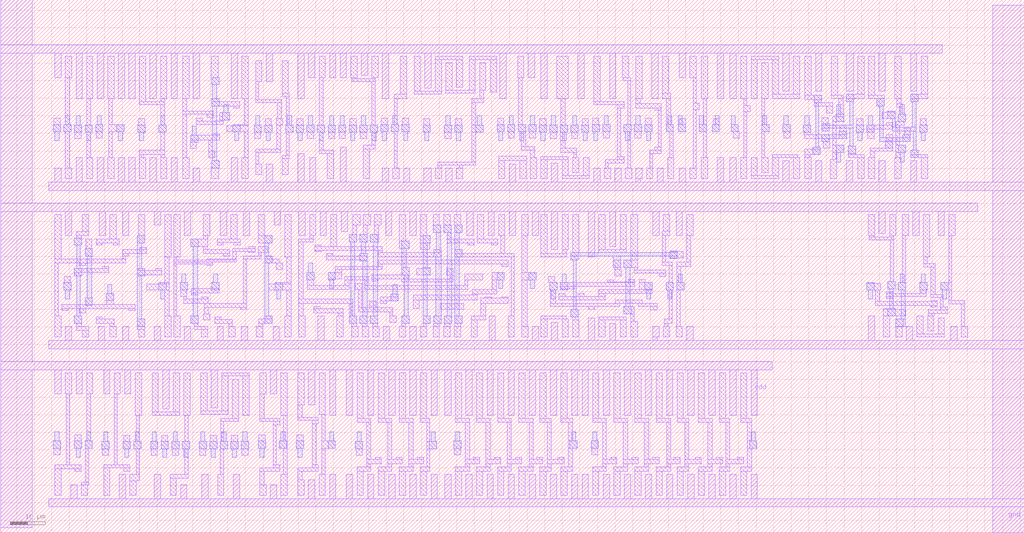
<source format=lef>
MACRO khu_etri050_stdcells
  CLASS BLOCK ;
  FOREIGN khu_etri050_stdcells ;
  ORIGIN 14.550 8.550 ;
  SIZE 290.700 BY 151.500 ;
  PIN vdd
    DIRECTION INOUT ;
    USE POWER ;
    SHAPE ABUTMENT ;
    PORT
      LAYER metal1 ;
        RECT -14.550 130.200 -5.550 142.950 ;
        RECT -14.550 127.800 252.900 130.200 ;
        RECT -14.550 85.200 -5.550 127.800 ;
        RECT 0.900 120.900 2.700 127.800 ;
        RECT 6.900 114.900 8.700 127.800 ;
        RECT 12.900 114.900 14.700 127.800 ;
        RECT 18.900 114.900 20.700 127.800 ;
        RECT 21.900 114.900 23.700 127.800 ;
        RECT 27.900 114.900 29.700 127.800 ;
        RECT 33.900 114.900 35.700 127.800 ;
        RECT 40.200 114.900 42.000 127.800 ;
        RECT 51.000 114.900 52.800 127.800 ;
        RECT 60.900 119.700 62.700 127.800 ;
        RECT 69.900 114.900 71.700 127.800 ;
        RECT 72.900 120.900 74.700 127.800 ;
        RECT 78.900 120.900 80.700 127.800 ;
        RECT 81.900 120.900 83.700 127.800 ;
        RECT 87.900 121.500 89.700 127.800 ;
        RECT 93.900 114.900 95.700 127.800 ;
        RECT 105.900 117.900 107.700 127.800 ;
        RECT 127.200 114.900 129.000 127.800 ;
        RECT 135.300 120.900 137.100 127.800 ;
        RECT 138.900 114.900 140.700 127.800 ;
        RECT 149.400 114.900 151.200 127.800 ;
        RECT 158.400 114.900 160.200 127.800 ;
        RECT 170.400 114.900 172.200 127.800 ;
        RECT 178.200 120.900 180.000 127.800 ;
        RECT 189.000 114.900 190.800 127.800 ;
        RECT 192.600 114.900 194.400 127.800 ;
        RECT 207.600 117.000 209.400 127.800 ;
        RECT 216.900 117.000 218.700 127.800 ;
        RECT 225.600 117.000 227.700 127.800 ;
        RECT 234.900 117.000 236.700 127.800 ;
        RECT 243.900 117.000 245.700 127.800 ;
        RECT -14.550 82.800 262.950 85.200 ;
        RECT -14.550 40.200 -5.550 82.800 ;
        RECT 3.900 75.900 5.700 82.800 ;
        RECT 13.500 75.900 15.300 82.800 ;
        RECT 20.100 75.900 21.900 82.800 ;
        RECT 29.100 78.900 30.900 82.800 ;
        RECT 37.650 75.900 39.450 82.800 ;
        RECT 47.850 75.900 49.650 82.800 ;
        RECT 54.450 75.900 56.250 82.800 ;
        RECT 63.150 78.900 64.950 82.800 ;
        RECT 70.200 75.900 72.000 82.800 ;
        RECT 76.200 75.900 78.000 82.800 ;
        RECT 82.200 77.100 84.000 82.800 ;
        RECT 94.800 75.900 96.600 82.800 ;
        RECT 101.700 75.900 103.500 82.800 ;
        RECT 117.900 75.900 119.700 82.800 ;
        RECT 123.900 75.900 125.700 82.800 ;
        RECT 129.900 75.900 131.700 82.800 ;
        RECT 136.500 75.900 138.300 82.800 ;
        RECT 141.900 72.000 143.700 82.800 ;
        RECT 152.400 69.900 154.200 82.800 ;
        RECT 158.400 72.900 160.200 82.800 ;
        RECT 170.700 75.900 172.500 82.800 ;
        RECT 177.300 75.900 179.100 82.800 ;
        RECT 234.900 76.500 236.700 82.800 ;
        RECT 244.500 75.900 246.300 82.800 ;
        RECT 251.700 75.900 253.500 82.800 ;
        RECT -14.550 37.800 204.600 40.200 ;
        RECT -14.550 -7.050 -5.550 37.800 ;
        RECT 0.900 30.900 2.700 37.800 ;
        RECT 6.900 30.900 8.700 37.800 ;
        RECT 14.700 30.900 16.500 37.800 ;
        RECT 20.700 30.900 22.500 37.800 ;
        RECT 31.500 26.700 33.300 37.800 ;
        RECT 45.300 27.000 47.100 37.800 ;
        RECT 62.100 30.900 63.900 37.800 ;
        RECT 72.900 27.900 74.700 37.800 ;
        RECT 78.900 24.900 80.700 37.800 ;
        RECT 83.700 24.900 85.500 37.800 ;
        RECT 89.700 24.900 91.500 37.800 ;
        RECT 95.700 24.900 97.500 37.800 ;
        RECT 101.700 24.900 103.500 37.800 ;
        RECT 107.700 24.900 109.500 37.800 ;
        RECT 111.600 24.900 113.400 37.800 ;
        RECT 117.600 24.900 119.400 37.800 ;
        RECT 123.600 24.900 125.400 37.800 ;
        RECT 129.600 24.900 131.400 37.800 ;
        RECT 135.600 24.900 137.400 37.800 ;
        RECT 141.600 24.900 143.400 37.800 ;
        RECT 147.600 24.900 149.400 37.800 ;
        RECT 150.600 24.900 152.400 37.800 ;
        RECT 156.600 24.900 158.400 37.800 ;
        RECT 162.600 24.900 164.400 37.800 ;
        RECT 168.600 24.900 170.400 37.800 ;
        RECT 174.600 24.900 176.400 37.800 ;
        RECT 180.600 24.900 182.400 37.800 ;
        RECT 186.600 24.900 188.400 37.800 ;
        RECT 192.600 24.900 194.400 37.800 ;
        RECT 198.600 24.900 200.400 37.800 ;
    END
  END vdd
  PIN gnd
    DIRECTION INOUT ;
    USE GROUND ;
    SHAPE ABUTMENT ;
    PORT
      LAYER metal1 ;
        RECT 0.900 91.200 2.700 95.100 ;
        RECT 6.900 91.200 8.700 98.100 ;
        RECT 12.900 91.200 14.700 98.100 ;
        RECT 18.900 91.200 20.700 98.100 ;
        RECT 21.900 91.200 23.700 98.100 ;
        RECT 27.900 91.200 29.700 98.100 ;
        RECT 33.900 91.200 35.700 98.100 ;
        RECT 40.200 91.200 42.000 95.100 ;
        RECT 51.000 91.200 52.800 98.100 ;
        RECT 60.900 91.200 62.700 96.300 ;
        RECT 69.900 91.200 71.700 99.300 ;
        RECT 73.200 91.200 75.000 98.100 ;
        RECT 81.900 91.200 83.700 101.100 ;
        RECT 93.900 91.200 95.700 95.100 ;
        RECT 99.900 91.200 101.700 95.100 ;
        RECT 105.600 91.200 107.700 95.100 ;
        RECT 111.900 91.200 113.700 95.100 ;
        RECT 129.900 91.200 131.700 96.300 ;
        RECT 141.900 91.200 143.700 96.600 ;
        RECT 153.900 91.200 155.700 95.100 ;
        RECT 159.900 91.200 161.700 95.100 ;
        RECT 165.900 92.100 167.700 95.100 ;
        RECT 165.900 91.200 167.100 92.100 ;
        RECT 171.900 91.200 173.700 95.100 ;
        RECT 178.200 91.200 180.000 95.100 ;
        RECT 189.000 91.200 190.800 98.100 ;
        RECT 192.600 91.200 194.400 98.100 ;
        RECT 207.600 91.200 209.400 97.200 ;
        RECT 216.900 91.200 218.700 97.200 ;
        RECT 225.600 91.200 227.400 97.200 ;
        RECT 234.900 91.200 236.700 97.200 ;
        RECT 243.900 91.200 245.700 97.200 ;
        RECT 267.150 91.200 276.150 141.450 ;
        RECT -0.900 88.800 276.150 91.200 ;
        RECT 3.900 46.200 5.700 50.100 ;
        RECT 13.200 46.200 15.000 50.100 ;
        RECT 20.100 46.200 21.900 50.100 ;
        RECT 29.100 46.200 30.900 50.100 ;
        RECT 37.650 46.200 39.450 50.100 ;
        RECT 46.950 46.200 48.750 50.100 ;
        RECT 53.850 46.200 55.650 50.100 ;
        RECT 62.850 46.200 64.650 50.100 ;
        RECT 75.600 46.200 77.400 53.100 ;
        RECT 94.200 46.200 96.000 50.100 ;
        RECT 101.700 46.200 103.500 50.100 ;
        RECT 124.200 46.200 126.000 53.100 ;
        RECT 136.500 46.200 138.300 50.100 ;
        RECT 141.900 46.200 143.700 51.300 ;
        RECT 152.400 46.200 154.200 52.500 ;
        RECT 158.400 46.200 160.200 51.000 ;
        RECT 170.700 47.100 172.500 50.100 ;
        RECT 170.700 46.200 171.900 47.100 ;
        RECT 180.300 46.200 182.100 50.100 ;
        RECT 231.900 46.200 233.700 53.100 ;
        RECT 242.700 46.200 244.500 50.100 ;
        RECT 255.300 46.200 257.100 50.100 ;
        RECT 267.150 46.200 276.150 88.800 ;
        RECT -0.900 43.800 276.150 46.200 ;
        RECT 5.400 1.200 7.200 5.100 ;
        RECT 19.200 1.200 21.000 8.100 ;
        RECT 29.100 1.200 30.900 8.100 ;
        RECT 36.600 1.200 38.400 5.100 ;
        RECT 42.600 1.200 44.400 8.100 ;
        RECT 51.600 1.200 53.400 8.100 ;
        RECT 62.100 1.200 63.900 5.100 ;
        RECT 72.900 1.200 74.700 6.600 ;
        RECT 78.900 1.200 80.700 8.100 ;
        RECT 83.700 1.200 85.500 8.100 ;
        RECT 89.700 1.200 91.500 8.100 ;
        RECT 95.700 1.200 97.500 8.100 ;
        RECT 101.700 1.200 103.500 8.100 ;
        RECT 107.700 1.200 109.500 8.100 ;
        RECT 111.600 1.200 113.400 8.100 ;
        RECT 117.600 1.200 119.400 8.100 ;
        RECT 123.600 1.200 125.400 8.100 ;
        RECT 129.600 1.200 131.400 8.100 ;
        RECT 135.600 1.200 137.400 8.100 ;
        RECT 141.600 1.200 143.400 8.100 ;
        RECT 147.600 1.200 149.400 8.100 ;
        RECT 150.600 1.200 152.400 8.100 ;
        RECT 156.600 1.200 158.400 8.100 ;
        RECT 162.600 1.200 164.400 8.100 ;
        RECT 168.600 1.200 170.400 8.100 ;
        RECT 174.600 1.200 176.400 8.100 ;
        RECT 180.600 1.200 182.400 8.100 ;
        RECT 186.600 1.200 188.400 8.100 ;
        RECT 192.600 1.200 194.400 8.100 ;
        RECT 198.600 1.200 200.400 8.100 ;
        RECT 267.150 1.200 276.150 43.800 ;
        RECT -0.900 -1.200 276.150 1.200 ;
        RECT 267.150 -8.550 276.150 -1.200 ;
    END
  END gnd
  OBS
      LAYER metal1 ;
        RECT 3.900 120.900 5.700 126.900 ;
        RECT 0.600 107.550 2.400 109.350 ;
        RECT 3.900 107.550 5.100 120.900 ;
        RECT 9.900 114.900 11.700 126.900 ;
        RECT 15.900 114.900 17.700 126.900 ;
        RECT 0.450 105.450 2.550 107.550 ;
        RECT 3.450 105.450 5.550 107.550 ;
        RECT 9.900 107.400 11.100 114.900 ;
        RECT 16.200 107.550 17.250 114.900 ;
        RECT 24.900 114.000 26.700 126.900 ;
        RECT 30.900 114.900 32.700 126.900 ;
        RECT 37.200 114.900 39.000 126.900 ;
        RECT 45.300 120.900 47.250 126.900 ;
        RECT 45.450 118.800 47.550 120.900 ;
        RECT 54.000 114.900 55.800 126.900 ;
        RECT 30.900 114.000 32.100 114.900 ;
        RECT 24.900 113.100 32.100 114.000 ;
        RECT 3.900 95.100 5.100 105.450 ;
        RECT 6.450 105.300 8.550 107.400 ;
        RECT 9.450 105.300 11.550 107.400 ;
        RECT 12.450 105.450 14.550 107.550 ;
        RECT 16.200 105.450 20.550 107.550 ;
        RECT 24.600 107.400 26.400 109.200 ;
        RECT 30.900 107.400 32.100 113.100 ;
        RECT 37.200 111.300 38.400 114.900 ;
        RECT 45.450 114.000 47.550 114.900 ;
        RECT 45.450 112.800 53.400 114.000 ;
        RECT 51.600 112.200 53.400 112.800 ;
        RECT 37.200 110.400 45.900 111.300 ;
        RECT 6.600 103.500 8.400 105.300 ;
        RECT 9.900 98.100 11.100 105.300 ;
        RECT 12.600 103.650 14.400 105.450 ;
        RECT 16.200 98.100 17.250 105.450 ;
        RECT 24.450 105.300 26.550 107.400 ;
        RECT 30.450 105.300 32.550 107.400 ;
        RECT 30.900 100.200 32.100 105.300 ;
        RECT 24.900 99.000 32.100 100.200 ;
        RECT 24.900 98.100 26.100 99.000 ;
        RECT 30.900 98.100 32.100 99.000 ;
        RECT 37.200 98.100 38.400 110.400 ;
        RECT 44.100 109.500 45.900 110.400 ;
        RECT 41.100 108.450 42.900 109.350 ;
        RECT 47.700 108.750 50.550 110.850 ;
        RECT 47.700 108.450 48.750 108.750 ;
        RECT 41.100 107.550 48.750 108.450 ;
        RECT 54.600 107.550 55.800 114.900 ;
        RECT 57.900 119.700 59.700 125.700 ;
        RECT 57.900 114.600 58.800 119.700 ;
        RECT 65.400 116.400 67.200 125.700 ;
        RECT 75.900 120.900 77.700 126.900 ;
        RECT 84.900 120.900 86.700 126.900 ;
        RECT 65.400 115.500 67.500 116.400 ;
        RECT 57.900 113.700 65.250 114.600 ;
        RECT 64.050 109.200 65.250 113.700 ;
        RECT 51.450 107.250 55.800 107.550 ;
        RECT 60.600 107.400 62.400 109.200 ;
        RECT 63.750 107.400 65.550 109.200 ;
        RECT 66.600 107.400 67.500 115.500 ;
        RECT 69.600 107.400 71.400 109.200 ;
        RECT 75.900 107.400 77.100 120.900 ;
        RECT 85.200 120.600 86.700 120.900 ;
        RECT 90.900 120.900 92.700 126.900 ;
        RECT 90.900 120.600 91.800 120.900 ;
        RECT 85.200 119.700 91.800 120.600 ;
        RECT 84.600 107.400 86.400 109.200 ;
        RECT 90.900 107.400 91.800 119.700 ;
        RECT 99.000 116.100 100.800 126.900 ;
        RECT 102.900 117.000 104.700 126.900 ;
        RECT 108.900 126.000 116.700 126.900 ;
        RECT 108.900 117.000 110.700 126.000 ;
        RECT 102.900 116.100 110.700 117.000 ;
        RECT 111.900 117.300 113.700 125.100 ;
        RECT 114.900 118.200 116.700 126.000 ;
        RECT 118.500 126.000 126.300 126.900 ;
        RECT 118.500 117.300 120.300 126.000 ;
        RECT 111.900 116.400 120.300 117.300 ;
        RECT 121.500 117.300 123.300 125.100 ;
        RECT 97.200 114.900 100.800 116.100 ;
        RECT 121.500 114.900 122.700 117.300 ;
        RECT 124.500 116.700 126.300 126.000 ;
        RECT 132.300 120.900 134.100 126.900 ;
        RECT 93.600 107.550 95.400 109.350 ;
        RECT 97.200 107.550 98.100 114.900 ;
        RECT 119.250 113.700 122.700 114.900 ;
        RECT 99.600 107.550 101.400 109.350 ;
        RECT 49.650 105.450 55.800 107.250 ;
        RECT 45.900 104.550 47.700 104.850 ;
        RECT 39.450 103.050 47.700 104.550 ;
        RECT 39.450 102.450 41.550 103.050 ;
        RECT 39.300 100.650 41.100 102.450 ;
        RECT 44.550 99.900 45.600 103.050 ;
        RECT 44.550 98.100 46.350 99.900 ;
        RECT 54.600 98.100 55.800 105.450 ;
        RECT 57.450 105.300 59.550 107.400 ;
        RECT 60.450 105.300 62.550 107.400 ;
        RECT 57.600 103.500 59.400 105.300 ;
        RECT 63.900 100.500 65.100 107.400 ;
        RECT 66.450 105.300 68.550 107.400 ;
        RECT 69.450 105.300 71.550 107.400 ;
        RECT 72.450 105.300 74.550 107.400 ;
        RECT 75.450 105.300 77.550 107.400 ;
        RECT 78.450 105.300 80.550 107.400 ;
        RECT 81.450 105.300 83.550 107.400 ;
        RECT 84.450 105.300 86.550 107.400 ;
        RECT 87.450 105.300 89.550 107.400 ;
        RECT 90.450 105.300 92.550 107.400 ;
        RECT 93.450 105.450 95.550 107.550 ;
        RECT 96.450 105.450 98.550 107.550 ;
        RECT 99.450 105.450 101.550 107.550 ;
        RECT 105.600 107.400 107.400 109.200 ;
        RECT 114.600 107.400 116.400 109.200 ;
        RECT 119.250 107.400 120.450 113.700 ;
        RECT 126.600 107.550 128.400 109.350 ;
        RECT 132.450 107.550 133.650 120.900 ;
        RECT 143.400 114.900 146.700 126.900 ;
        RECT 3.900 92.100 5.700 95.100 ;
        RECT 9.900 92.100 11.700 98.100 ;
        RECT 15.900 92.100 17.700 98.100 ;
        RECT 24.900 92.100 26.700 98.100 ;
        RECT 30.900 92.100 32.700 98.100 ;
        RECT 37.200 92.100 39.000 98.100 ;
        RECT 45.450 95.100 47.550 97.200 ;
        RECT 45.300 92.100 47.400 95.100 ;
        RECT 54.000 92.100 55.800 98.100 ;
        RECT 57.900 99.600 65.100 100.500 ;
        RECT 57.900 96.300 58.800 99.600 ;
        RECT 66.600 98.700 67.500 105.300 ;
        RECT 72.600 103.500 74.400 105.300 ;
        RECT 75.900 100.200 77.100 105.300 ;
        RECT 78.600 103.500 80.400 105.300 ;
        RECT 81.600 103.500 83.400 105.300 ;
        RECT 87.600 103.500 89.400 105.300 ;
        RECT 90.900 101.700 91.800 105.300 ;
        RECT 88.500 100.500 91.800 101.700 ;
        RECT 75.900 99.300 80.100 100.200 ;
        RECT 65.400 97.800 67.500 98.700 ;
        RECT 57.900 93.300 59.700 96.300 ;
        RECT 65.400 93.300 67.200 97.800 ;
        RECT 78.300 92.100 80.100 99.300 ;
        RECT 88.500 92.100 90.300 100.500 ;
        RECT 97.200 95.100 98.100 105.450 ;
        RECT 105.450 105.300 107.550 107.400 ;
        RECT 111.450 105.300 113.550 107.400 ;
        RECT 114.450 105.300 116.550 107.400 ;
        RECT 119.250 105.300 122.550 107.400 ;
        RECT 126.450 105.450 128.550 107.550 ;
        RECT 129.450 105.450 131.550 107.550 ;
        RECT 132.450 105.450 134.550 107.550 ;
        RECT 135.450 105.450 137.550 107.550 ;
        RECT 138.600 107.400 140.400 109.200 ;
        RECT 144.600 107.400 145.800 114.900 ;
        RECT 153.900 114.000 155.700 126.900 ;
        RECT 162.000 120.900 163.800 126.900 ;
        RECT 162.300 120.000 164.400 120.900 ;
        RECT 153.900 113.100 162.600 114.000 ;
        RECT 160.650 112.200 162.600 113.100 ;
        RECT 150.600 107.400 152.400 109.200 ;
        RECT 153.600 107.550 155.400 109.350 ;
        RECT 111.600 103.500 113.400 105.300 ;
        RECT 119.250 96.900 120.450 105.300 ;
        RECT 129.600 103.650 131.400 105.450 ;
        RECT 133.350 101.250 134.550 105.450 ;
        RECT 135.600 103.650 137.400 105.450 ;
        RECT 138.450 105.300 140.550 107.400 ;
        RECT 141.450 105.300 143.550 107.400 ;
        RECT 144.450 105.300 146.550 107.400 ;
        RECT 147.450 105.300 149.550 107.400 ;
        RECT 150.450 105.300 152.550 107.400 ;
        RECT 153.450 105.450 155.550 107.550 ;
        RECT 156.450 105.450 158.550 107.550 ;
        RECT 141.600 103.500 143.400 105.300 ;
        RECT 144.450 102.900 145.500 105.300 ;
        RECT 147.600 103.500 149.400 105.300 ;
        RECT 156.600 103.650 158.400 105.450 ;
        RECT 133.350 100.200 137.100 101.250 ;
        RECT 109.650 96.000 120.450 96.900 ;
        RECT 126.900 97.200 134.700 98.550 ;
        RECT 109.650 95.100 110.700 96.000 ;
        RECT 115.650 95.100 116.700 96.000 ;
        RECT 96.900 92.100 98.700 95.100 ;
        RECT 108.900 92.100 110.700 95.100 ;
        RECT 114.900 92.100 116.700 95.100 ;
        RECT 126.900 92.100 128.700 97.200 ;
        RECT 132.900 92.100 134.700 97.200 ;
        RECT 135.900 98.100 137.100 100.200 ;
        RECT 144.600 100.800 145.800 102.900 ;
        RECT 144.600 99.600 149.100 100.800 ;
        RECT 135.900 92.100 137.700 98.100 ;
        RECT 138.900 97.500 146.700 98.400 ;
        RECT 148.200 98.100 149.100 99.600 ;
        RECT 160.650 98.400 161.550 112.200 ;
        RECT 163.500 107.550 164.400 120.000 ;
        RECT 165.900 114.900 167.700 126.900 ;
        RECT 173.400 116.400 175.200 126.900 ;
        RECT 181.200 120.900 183.000 126.900 ;
        RECT 173.400 114.900 175.800 116.400 ;
        RECT 165.900 113.400 167.100 114.900 ;
        RECT 165.900 112.200 173.100 113.400 ;
        RECT 171.300 111.600 173.100 112.200 ;
        RECT 168.600 107.550 170.400 109.350 ;
        RECT 162.450 105.450 164.550 107.550 ;
        RECT 165.450 105.450 167.550 107.550 ;
        RECT 168.450 105.450 170.550 107.550 ;
        RECT 138.900 92.100 140.700 97.500 ;
        RECT 144.900 93.000 146.700 97.500 ;
        RECT 147.900 93.900 149.700 98.100 ;
        RECT 150.900 93.000 152.700 98.100 ;
        RECT 160.650 97.500 162.600 98.400 ;
        RECT 157.200 96.600 162.600 97.500 ;
        RECT 157.200 95.100 158.100 96.600 ;
        RECT 163.500 95.100 164.400 105.450 ;
        RECT 165.600 103.650 167.400 105.450 ;
        RECT 172.200 101.100 173.100 111.600 ;
        RECT 174.450 107.550 175.800 114.900 ;
        RECT 182.100 113.550 183.000 120.900 ;
        RECT 184.500 114.900 186.300 126.900 ;
        RECT 195.600 114.900 197.400 126.900 ;
        RECT 198.600 126.000 206.400 126.900 ;
        RECT 198.600 114.900 200.400 126.000 ;
        RECT 201.600 114.900 203.400 125.100 ;
        RECT 204.600 116.100 206.400 126.000 ;
        RECT 210.600 116.100 212.400 126.900 ;
        RECT 204.600 114.900 212.400 116.100 ;
        RECT 213.900 115.800 215.700 126.900 ;
        RECT 221.400 115.800 223.200 126.900 ;
        RECT 228.900 116.100 230.700 126.900 ;
        RECT 182.100 111.750 183.900 113.550 ;
        RECT 178.200 107.550 180.000 109.200 ;
        RECT 174.450 105.450 176.550 107.550 ;
        RECT 177.900 105.450 180.000 107.550 ;
        RECT 171.300 100.200 173.100 101.100 ;
        RECT 169.800 99.300 173.100 100.200 ;
        RECT 169.800 95.100 170.700 99.300 ;
        RECT 175.500 98.100 176.550 105.450 ;
        RECT 144.900 92.100 152.700 93.000 ;
        RECT 156.900 92.100 158.700 95.100 ;
        RECT 162.900 92.100 164.700 95.100 ;
        RECT 168.900 92.100 170.700 95.100 ;
        RECT 174.900 92.100 176.700 98.100 ;
        RECT 182.100 95.100 183.000 111.750 ;
        RECT 184.950 107.550 186.000 114.900 ;
        RECT 196.500 112.950 197.400 114.900 ;
        RECT 196.500 111.150 198.300 112.950 ;
        RECT 187.800 107.550 189.600 109.200 ;
        RECT 183.900 105.450 186.000 107.550 ;
        RECT 187.500 105.450 189.600 107.550 ;
        RECT 192.900 105.450 195.000 107.550 ;
        RECT 184.950 98.100 186.000 105.450 ;
        RECT 193.500 103.650 195.300 105.450 ;
        RECT 196.500 98.100 197.400 111.150 ;
        RECT 201.600 107.550 202.500 114.900 ;
        RECT 213.900 114.600 218.700 115.800 ;
        RECT 221.400 114.900 224.700 115.800 ;
        RECT 216.600 113.700 218.700 114.600 ;
        RECT 216.600 112.800 221.850 113.700 ;
        RECT 220.050 110.700 221.850 112.800 ;
        RECT 223.500 110.400 224.700 114.900 ;
        RECT 225.600 114.900 230.700 116.100 ;
        RECT 231.900 115.800 233.700 126.900 ;
        RECT 231.900 114.900 236.400 115.800 ;
        RECT 239.400 114.900 241.200 126.900 ;
        RECT 246.900 116.100 248.700 126.900 ;
        RECT 225.600 114.000 227.700 114.900 ;
        RECT 234.300 112.800 236.400 114.900 ;
        RECT 240.000 113.400 241.200 114.900 ;
        RECT 243.900 114.900 248.700 116.100 ;
        RECT 243.900 114.000 246.000 114.900 ;
        RECT 240.000 112.500 241.500 113.400 ;
        RECT 237.450 111.000 239.550 111.300 ;
        RECT 222.750 109.800 224.850 110.400 ;
        RECT 218.700 107.700 220.500 109.500 ;
        RECT 221.850 108.300 224.850 109.800 ;
        RECT 235.800 109.200 239.550 111.000 ;
        RECT 240.600 110.400 241.500 112.500 ;
        RECT 201.600 105.450 203.700 107.550 ;
        RECT 207.600 105.450 209.700 107.550 ;
        RECT 201.600 98.100 202.500 105.450 ;
        RECT 207.900 103.650 209.700 105.450 ;
        RECT 213.450 105.300 215.550 107.400 ;
        RECT 218.700 105.600 220.800 107.700 ;
        RECT 213.750 104.700 215.550 105.300 ;
        RECT 213.750 103.500 220.800 104.700 ;
        RECT 218.700 102.600 220.800 103.500 ;
        RECT 216.150 100.500 218.250 101.100 ;
        RECT 219.150 100.800 220.950 102.600 ;
        RECT 221.850 101.700 222.750 108.300 ;
        RECT 228.600 107.400 230.400 109.200 ;
        RECT 240.450 108.300 242.550 110.400 ;
        RECT 237.000 107.400 238.800 108.000 ;
        RECT 223.800 105.600 225.600 107.400 ;
        RECT 223.650 103.500 225.750 105.600 ;
        RECT 228.450 105.300 230.550 107.400 ;
        RECT 231.450 106.200 238.800 107.400 ;
        RECT 239.700 107.400 242.100 108.300 ;
        RECT 246.600 107.400 248.400 109.200 ;
        RECT 231.450 105.300 233.550 106.200 ;
        RECT 231.750 103.500 233.550 105.300 ;
        RECT 237.000 102.900 238.800 104.700 ;
        RECT 213.900 99.000 218.250 100.500 ;
        RECT 221.850 99.600 224.850 101.700 ;
        RECT 204.600 98.100 211.800 99.000 ;
        RECT 213.900 98.100 215.400 99.000 ;
        RECT 181.200 92.100 183.000 95.100 ;
        RECT 184.500 92.100 186.300 98.100 ;
        RECT 195.600 92.100 197.400 98.100 ;
        RECT 198.600 93.000 200.400 98.100 ;
        RECT 201.600 93.900 203.400 98.100 ;
        RECT 204.600 93.000 206.400 98.100 ;
        RECT 198.600 92.100 206.400 93.000 ;
        RECT 210.600 92.100 212.400 98.100 ;
        RECT 213.900 92.100 215.700 98.100 ;
        RECT 221.850 97.500 222.750 99.600 ;
        RECT 226.200 99.000 228.300 101.400 ;
        RECT 236.700 100.800 238.800 102.900 ;
        RECT 232.500 99.900 238.800 100.800 ;
        RECT 239.700 101.700 240.750 107.400 ;
        RECT 242.100 104.700 243.900 106.500 ;
        RECT 246.450 105.300 248.550 107.400 ;
        RECT 241.650 102.600 243.750 104.700 ;
        RECT 226.200 98.100 230.700 99.000 ;
        RECT 232.500 98.100 233.700 99.900 ;
        RECT 239.700 99.600 242.550 101.700 ;
        RECT 239.700 98.100 240.900 99.600 ;
        RECT 243.900 99.000 246.000 100.200 ;
        RECT 243.900 98.100 248.700 99.000 ;
        RECT 221.100 92.100 222.900 97.500 ;
        RECT 228.900 92.100 230.700 98.100 ;
        RECT 231.900 92.100 233.700 98.100 ;
        RECT 239.400 92.100 241.200 98.100 ;
        RECT 246.900 92.100 248.700 98.100 ;
        RECT 0.900 69.300 2.700 81.900 ;
        RECT 8.700 77.100 10.500 81.900 ;
        RECT 6.900 75.900 10.500 77.100 ;
        RECT 6.900 75.300 8.550 75.900 ;
        RECT 6.450 73.200 8.550 75.300 ;
        RECT 16.500 75.000 18.300 81.900 ;
        RECT 24.600 75.900 26.400 81.900 ;
        RECT 9.600 72.300 11.400 75.000 ;
        RECT 12.600 73.800 19.200 75.000 ;
        RECT 24.300 73.800 26.400 75.900 ;
        RECT 12.600 73.200 14.400 73.800 ;
        RECT 17.400 73.200 19.200 73.800 ;
        RECT 9.450 70.200 11.550 72.300 ;
        RECT 25.200 72.000 27.000 72.600 ;
        RECT 20.100 70.800 27.000 72.000 ;
        RECT 20.100 70.200 21.900 70.800 ;
        RECT 20.100 69.300 21.000 70.200 ;
        RECT 0.900 68.100 21.000 69.300 ;
        RECT 32.100 69.900 33.900 81.900 ;
        RECT 34.650 69.900 36.450 81.900 ;
        RECT 43.050 75.900 44.850 81.900 ;
        RECT 43.050 75.000 44.250 75.900 ;
        RECT 50.850 75.000 52.650 81.900 ;
        RECT 58.650 75.900 60.450 81.900 ;
        RECT 39.450 72.900 44.250 75.000 ;
        RECT 46.950 73.950 53.550 75.000 ;
        RECT 46.950 73.200 48.750 73.950 ;
        RECT 51.750 73.200 53.550 73.950 ;
        RECT 58.650 73.800 62.550 75.900 ;
        RECT 43.050 72.000 44.250 72.900 ;
        RECT 55.950 72.300 57.750 72.900 ;
        RECT 43.050 70.800 50.550 72.000 ;
        RECT 48.750 70.200 50.550 70.800 ;
        RECT 51.450 71.400 57.750 72.300 ;
        RECT 0.900 53.100 1.800 68.100 ;
        RECT 7.800 67.500 9.600 68.100 ;
        RECT 14.400 66.600 16.200 67.200 ;
        RECT 6.450 65.400 16.200 66.600 ;
        RECT 24.300 66.000 26.400 66.600 ;
        RECT 29.400 66.000 31.200 66.600 ;
        RECT 6.450 64.500 8.550 65.400 ;
        RECT 24.300 64.800 31.200 66.000 ;
        RECT 24.300 64.500 26.400 64.800 ;
        RECT 3.600 62.550 5.400 64.350 ;
        RECT 32.100 62.550 33.300 69.900 ;
        RECT 3.450 60.450 5.550 62.550 ;
        RECT 30.450 62.250 33.300 62.550 ;
        RECT 27.000 60.450 33.300 62.250 ;
        RECT 9.450 56.400 11.550 58.200 ;
        RECT 15.450 56.400 17.550 59.550 ;
        RECT 2.850 55.200 23.700 56.400 ;
        RECT 2.850 54.600 4.650 55.200 ;
        RECT 7.800 54.000 9.600 55.200 ;
        RECT 21.900 54.600 23.700 55.200 ;
        RECT 32.100 53.100 33.300 60.450 ;
        RECT 34.650 69.000 35.550 69.900 ;
        RECT 51.450 69.300 52.350 71.400 ;
        RECT 55.950 71.100 57.750 71.400 ;
        RECT 58.650 71.100 61.350 72.900 ;
        RECT 58.650 70.200 59.550 71.100 ;
        RECT 43.950 69.000 52.350 69.300 ;
        RECT 34.650 68.400 52.350 69.000 ;
        RECT 54.450 69.300 59.550 70.200 ;
        RECT 60.450 69.300 62.550 70.200 ;
        RECT 66.150 69.900 67.950 81.900 ;
        RECT 73.200 75.900 75.000 81.900 ;
        RECT 73.200 75.000 74.250 75.900 ;
        RECT 34.650 67.800 45.750 68.400 ;
        RECT 34.650 53.100 35.550 67.800 ;
        RECT 43.950 67.500 45.750 67.800 ;
        RECT 36.450 60.450 38.550 62.550 ;
        RECT 45.450 60.900 47.550 62.550 ;
        RECT 36.600 58.650 38.400 60.450 ;
        RECT 39.600 59.700 47.550 60.900 ;
        RECT 39.600 59.100 41.400 59.700 ;
        RECT 37.500 57.900 38.400 58.650 ;
        RECT 42.600 57.900 44.400 58.500 ;
        RECT 37.500 56.700 44.400 57.900 ;
        RECT 54.450 56.700 55.350 69.300 ;
        RECT 60.450 68.100 64.650 69.300 ;
        RECT 63.750 66.300 65.550 68.100 ;
        RECT 66.750 62.550 67.950 69.900 ;
        RECT 63.450 62.250 67.950 62.550 ;
        RECT 61.650 60.450 67.950 62.250 ;
        RECT 43.350 55.500 55.350 56.700 ;
        RECT 43.350 53.700 44.400 55.500 ;
        RECT 53.550 54.900 55.350 55.500 ;
        RECT 0.900 47.100 2.700 53.100 ;
        RECT 6.450 51.000 8.550 53.100 ;
        RECT 12.600 52.200 14.400 52.800 ;
        RECT 12.600 51.000 17.700 52.200 ;
        RECT 6.900 50.100 8.550 51.000 ;
        RECT 16.500 50.100 17.700 51.000 ;
        RECT 6.900 49.050 10.500 50.100 ;
        RECT 8.700 47.100 10.500 49.050 ;
        RECT 16.500 47.100 18.300 50.100 ;
        RECT 24.300 49.200 26.400 52.200 ;
        RECT 24.600 47.100 26.400 49.200 ;
        RECT 32.100 47.100 33.900 53.100 ;
        RECT 34.650 47.100 36.450 53.100 ;
        RECT 39.450 51.000 41.550 53.100 ;
        RECT 43.050 51.900 44.850 53.700 ;
        RECT 66.750 53.100 67.950 60.450 ;
        RECT 46.350 52.050 48.150 52.800 ;
        RECT 60.450 52.200 62.550 53.100 ;
        RECT 46.350 51.000 51.300 52.050 ;
        RECT 40.500 50.100 41.550 51.000 ;
        RECT 50.250 50.100 51.300 51.000 ;
        RECT 58.800 51.000 62.550 52.200 ;
        RECT 58.800 50.100 59.850 51.000 ;
        RECT 40.500 49.200 44.250 50.100 ;
        RECT 42.450 47.100 44.250 49.200 ;
        RECT 50.250 47.100 52.050 50.100 ;
        RECT 58.050 47.100 59.850 50.100 ;
        RECT 66.150 47.100 67.950 53.100 ;
        RECT 70.200 74.100 74.250 75.000 ;
        RECT 70.200 57.900 71.400 74.100 ;
        RECT 74.700 72.900 76.500 73.200 ;
        RECT 79.200 72.900 81.000 81.900 ;
        RECT 85.500 78.900 87.600 81.900 ;
        RECT 88.500 78.900 90.600 81.900 ;
        RECT 91.650 78.900 93.600 81.900 ;
        RECT 85.500 76.200 86.550 78.900 ;
        RECT 88.500 76.200 89.550 78.900 ;
        RECT 91.650 76.200 92.850 78.900 ;
        RECT 84.450 74.100 86.550 76.200 ;
        RECT 87.450 74.100 89.550 76.200 ;
        RECT 90.450 74.100 92.850 76.200 ;
        RECT 98.700 74.400 100.500 81.900 ;
        RECT 104.700 75.900 106.500 81.900 ;
        RECT 108.300 78.900 110.100 81.900 ;
        RECT 111.300 78.900 113.100 81.900 ;
        RECT 114.300 78.900 116.100 81.900 ;
        RECT 108.300 76.800 110.400 78.900 ;
        RECT 111.300 76.800 113.400 78.900 ;
        RECT 114.450 76.800 116.550 78.900 ;
        RECT 74.700 71.700 93.900 72.900 ;
        RECT 98.700 72.300 101.550 74.400 ;
        RECT 104.700 73.800 107.550 75.900 ;
        RECT 112.350 75.000 113.400 76.800 ;
        RECT 120.900 75.000 122.700 81.900 ;
        RECT 126.900 75.900 128.700 81.900 ;
        RECT 112.350 73.800 120.000 75.000 ;
        RECT 120.900 73.800 126.600 75.000 ;
        RECT 104.700 72.000 107.400 73.800 ;
        RECT 118.200 73.200 120.000 73.800 ;
        RECT 124.800 73.200 126.600 73.800 ;
        RECT 74.700 71.400 76.500 71.700 ;
        RECT 92.700 71.100 93.900 71.700 ;
        RECT 108.450 71.100 110.550 72.000 ;
        RECT 78.000 70.200 79.800 70.800 ;
        RECT 87.450 70.200 89.550 70.800 ;
        RECT 78.000 69.000 89.550 70.200 ;
        RECT 92.700 69.900 110.550 71.100 ;
        RECT 114.450 70.800 116.550 72.000 ;
        RECT 127.500 70.800 128.700 75.900 ;
        RECT 133.500 75.900 135.300 81.900 ;
        RECT 114.450 69.900 131.400 70.800 ;
        RECT 87.450 68.700 89.550 69.000 ;
        RECT 92.700 67.800 129.600 69.000 ;
        RECT 92.700 67.200 93.900 67.800 ;
        RECT 127.800 67.200 129.600 67.800 ;
        RECT 80.550 66.300 93.900 67.200 ;
        RECT 80.550 65.400 82.350 66.300 ;
        RECT 72.450 63.300 74.550 65.400 ;
        RECT 78.450 63.600 82.350 65.400 ;
        RECT 99.450 64.800 101.550 66.900 ;
        RECT 105.450 66.600 107.550 66.900 ;
        RECT 103.650 64.800 107.550 66.600 ;
        RECT 112.200 64.800 114.000 66.600 ;
        RECT 78.450 63.300 80.550 63.600 ;
        RECT 83.250 63.300 90.000 64.350 ;
        RECT 72.600 61.800 74.400 63.300 ;
        RECT 83.250 61.800 84.450 63.300 ;
        RECT 72.600 60.600 84.450 61.800 ;
        RECT 86.250 60.600 88.050 62.400 ;
        RECT 88.950 61.800 90.000 63.300 ;
        RECT 90.900 63.600 101.550 64.800 ;
        RECT 113.100 63.600 114.000 64.800 ;
        RECT 90.900 63.000 92.700 63.600 ;
        RECT 99.450 62.700 114.000 63.600 ;
        RECT 117.300 63.300 122.400 65.100 ;
        RECT 125.100 63.300 128.550 65.400 ;
        RECT 117.300 61.800 118.200 63.300 ;
        RECT 88.950 60.600 118.200 61.800 ;
        RECT 125.100 60.600 126.300 63.300 ;
        RECT 70.200 56.700 85.500 57.900 ;
        RECT 70.200 53.100 71.400 56.700 ;
        RECT 74.400 55.200 76.200 55.800 ;
        RECT 74.400 54.000 82.800 55.200 ;
        RECT 81.300 53.100 82.800 54.000 ;
        RECT 70.200 47.100 72.000 53.100 ;
        RECT 81.000 47.100 82.800 53.100 ;
        RECT 84.450 53.100 85.500 56.700 ;
        RECT 87.000 55.500 88.050 60.600 ;
        RECT 119.400 59.400 126.300 60.600 ;
        RECT 96.300 58.500 98.400 59.400 ;
        RECT 119.400 59.100 120.900 59.400 ;
        RECT 93.300 57.300 98.400 58.500 ;
        RECT 102.600 57.600 120.900 59.100 ;
        RECT 123.000 58.200 124.800 58.500 ;
        RECT 127.800 58.200 129.600 58.500 ;
        RECT 90.300 55.500 92.100 57.300 ;
        RECT 93.300 56.700 95.100 57.300 ;
        RECT 87.000 54.300 96.900 55.500 ;
        RECT 102.600 55.200 104.400 57.600 ;
        RECT 121.800 56.700 129.600 58.200 ;
        RECT 110.400 54.900 117.000 56.700 ;
        RECT 96.000 53.100 96.900 54.300 ;
        RECT 121.800 53.100 123.300 56.700 ;
        RECT 130.500 53.100 131.400 69.900 ;
        RECT 84.450 51.000 86.550 53.100 ;
        RECT 87.450 51.000 89.550 53.100 ;
        RECT 90.450 51.000 92.550 53.100 ;
        RECT 96.000 51.300 97.800 53.100 ;
        RECT 85.200 50.100 86.550 51.000 ;
        RECT 88.200 50.100 89.550 51.000 ;
        RECT 91.200 50.100 92.550 51.000 ;
        RECT 99.450 51.000 101.550 53.100 ;
        RECT 105.450 51.000 107.550 53.100 ;
        RECT 108.450 51.000 110.550 53.100 ;
        RECT 111.450 51.000 113.550 53.100 ;
        RECT 114.450 51.000 116.550 53.100 ;
        RECT 119.100 51.900 123.300 53.100 ;
        RECT 99.450 50.100 100.500 51.000 ;
        RECT 105.450 50.100 106.500 51.000 ;
        RECT 108.450 50.100 110.100 51.000 ;
        RECT 111.450 50.100 113.100 51.000 ;
        RECT 114.450 50.100 116.100 51.000 ;
        RECT 85.200 47.100 87.000 50.100 ;
        RECT 88.200 47.100 90.000 50.100 ;
        RECT 91.200 47.100 93.000 50.100 ;
        RECT 98.700 47.100 100.500 50.100 ;
        RECT 104.700 47.100 106.500 50.100 ;
        RECT 108.300 47.100 110.100 50.100 ;
        RECT 111.300 47.100 113.100 50.100 ;
        RECT 114.300 47.100 116.100 50.100 ;
        RECT 119.100 47.100 120.900 51.900 ;
        RECT 129.600 47.100 131.400 53.100 ;
        RECT 133.500 65.400 135.000 75.900 ;
        RECT 138.900 70.800 140.700 81.900 ;
        RECT 144.900 72.000 146.700 81.900 ;
        RECT 144.900 70.800 146.250 72.000 ;
        RECT 147.900 71.100 149.700 81.900 ;
        RECT 155.400 72.000 157.200 81.900 ;
        RECT 161.400 72.000 163.200 81.900 ;
        RECT 155.400 71.100 163.200 72.000 ;
        RECT 138.900 69.900 146.250 70.800 ;
        RECT 147.450 69.000 149.550 71.100 ;
        RECT 164.400 69.000 166.350 81.900 ;
        RECT 173.700 77.250 175.500 81.900 ;
        RECT 159.450 66.900 161.550 69.000 ;
        RECT 162.450 66.900 166.350 69.000 ;
        RECT 173.400 75.900 175.500 77.250 ;
        RECT 180.300 75.900 182.100 81.900 ;
        RECT 231.900 75.900 233.700 81.900 ;
        RECT 173.400 68.400 174.300 75.900 ;
        RECT 175.500 71.400 177.600 71.550 ;
        RECT 175.500 69.600 179.400 71.400 ;
        RECT 175.500 69.450 177.600 69.600 ;
        RECT 180.300 68.400 181.500 75.900 ;
        RECT 232.200 75.600 233.700 75.900 ;
        RECT 237.900 75.900 239.700 81.900 ;
        RECT 241.500 75.900 243.300 81.900 ;
        RECT 237.900 75.600 239.100 75.900 ;
        RECT 232.200 74.700 239.100 75.600 ;
        RECT 173.400 67.500 176.250 68.400 ;
        RECT 159.900 66.300 161.550 66.900 ;
        RECT 133.500 63.300 137.550 65.400 ;
        RECT 159.900 64.500 161.700 66.300 ;
        RECT 165.450 66.150 166.350 66.900 ;
        RECT 165.450 65.250 174.300 66.150 ;
        RECT 172.500 64.350 174.300 65.250 ;
        RECT 133.500 50.100 135.000 63.300 ;
        RECT 141.000 62.550 142.800 64.350 ;
        RECT 157.800 62.700 159.600 63.300 ;
        RECT 163.800 62.700 165.600 63.450 ;
        RECT 157.800 62.550 165.600 62.700 ;
        RECT 141.450 60.450 143.550 62.550 ;
        RECT 144.450 61.500 165.600 62.550 ;
        RECT 166.800 62.550 168.600 63.450 ;
        RECT 175.350 62.550 176.250 67.500 ;
        RECT 177.450 67.200 181.500 68.400 ;
        RECT 177.450 62.550 178.650 67.200 ;
        RECT 238.050 62.850 239.100 74.700 ;
        RECT 144.450 60.750 148.350 61.500 ;
        RECT 144.450 60.450 146.550 60.750 ;
        RECT 166.800 60.600 170.550 62.550 ;
        RECT 141.600 56.700 143.100 60.450 ;
        RECT 155.400 59.550 170.550 60.600 ;
        RECT 174.450 60.450 176.550 62.550 ;
        RECT 177.450 60.450 179.550 62.550 ;
        RECT 231.450 62.400 233.550 62.550 ;
        RECT 231.450 60.450 235.350 62.400 ;
        RECT 237.450 60.750 239.550 62.850 ;
        RECT 241.500 62.550 242.550 75.900 ;
        RECT 247.500 69.900 249.300 81.900 ;
        RECT 254.700 75.900 256.500 81.900 ;
        RECT 247.650 67.950 248.550 69.900 ;
        RECT 247.650 67.050 250.950 67.950 ;
        RECT 240.450 60.450 242.550 62.550 ;
        RECT 246.450 60.450 248.550 62.550 ;
        RECT 144.000 58.650 145.800 59.550 ;
        RECT 149.400 58.650 151.200 59.550 ;
        RECT 155.400 58.650 157.200 59.550 ;
        RECT 144.000 57.600 157.200 58.650 ;
        RECT 160.050 56.700 167.700 57.600 ;
        RECT 141.600 55.800 161.250 56.700 ;
        RECT 166.500 55.800 171.900 56.700 ;
        RECT 152.400 54.900 154.200 55.800 ;
        RECT 138.900 52.200 146.100 53.100 ;
        RECT 147.450 52.800 149.550 54.900 ;
        RECT 162.450 53.700 165.450 55.800 ;
        RECT 170.100 54.750 171.900 55.800 ;
        RECT 133.500 47.100 135.300 50.100 ;
        RECT 138.900 47.100 140.700 52.200 ;
        RECT 144.900 47.100 146.700 52.200 ;
        RECT 147.900 51.900 149.550 52.800 ;
        RECT 155.400 51.900 163.200 52.800 ;
        RECT 147.900 47.100 149.700 51.900 ;
        RECT 155.400 47.100 157.200 51.900 ;
        RECT 161.400 47.100 163.200 51.900 ;
        RECT 164.400 51.600 165.450 53.700 ;
        RECT 175.350 52.200 176.250 60.450 ;
        RECT 164.400 47.100 166.350 51.600 ;
        RECT 174.000 51.000 176.250 52.200 ;
        RECT 174.000 50.100 174.900 51.000 ;
        RECT 177.450 50.100 178.500 60.450 ;
        RECT 233.850 57.150 235.200 60.450 ;
        RECT 237.000 59.550 238.800 59.850 ;
        RECT 246.600 59.550 248.400 60.450 ;
        RECT 237.000 58.650 248.400 59.550 ;
        RECT 249.600 59.250 250.950 67.050 ;
        RECT 254.700 62.550 255.600 75.900 ;
        RECT 252.450 60.450 255.600 62.550 ;
        RECT 237.000 58.050 238.800 58.650 ;
        RECT 249.600 58.350 253.200 59.250 ;
        RECT 249.600 57.150 251.400 57.450 ;
        RECT 233.850 56.100 251.400 57.150 ;
        RECT 249.600 55.650 251.400 56.100 ;
        RECT 252.300 55.650 253.200 58.350 ;
        RECT 254.700 57.450 255.600 60.450 ;
        RECT 254.700 56.550 259.200 57.450 ;
        RECT 236.100 54.900 239.550 55.200 ;
        RECT 236.100 53.100 242.550 54.900 ;
        RECT 252.300 54.750 254.400 55.650 ;
        RECT 248.850 53.850 254.400 54.750 ;
        RECT 248.850 53.100 250.650 53.850 ;
        RECT 173.700 47.100 175.500 50.100 ;
        RECT 177.300 47.100 179.100 50.100 ;
        RECT 236.100 47.100 237.900 53.100 ;
        RECT 239.700 49.950 241.800 52.200 ;
        RECT 239.700 47.100 241.500 49.950 ;
        RECT 245.700 48.000 247.500 53.100 ;
        RECT 248.700 48.900 250.500 53.100 ;
        RECT 251.700 48.000 253.500 52.500 ;
        RECT 245.700 47.100 253.500 48.000 ;
        RECT 258.300 50.100 259.200 56.550 ;
        RECT 258.300 47.100 260.100 50.100 ;
        RECT 3.900 30.900 5.700 36.900 ;
        RECT 9.900 30.900 11.700 36.900 ;
        RECT 17.700 30.900 19.500 36.900 ;
        RECT 0.450 15.450 2.550 17.550 ;
        RECT 0.600 13.650 2.400 15.450 ;
        RECT 4.050 10.800 5.100 30.900 ;
        RECT 6.600 17.550 8.400 19.350 ;
        RECT 9.900 17.550 11.100 30.900 ;
        RECT 6.450 15.450 8.550 17.550 ;
        RECT 9.450 15.450 11.550 17.550 ;
        RECT 0.900 9.600 8.400 10.800 ;
        RECT 0.900 2.100 2.700 9.600 ;
        RECT 6.600 9.000 8.400 9.600 ;
        RECT 9.450 5.850 10.500 15.450 ;
        RECT 14.250 15.300 16.350 17.400 ;
        RECT 14.400 13.500 16.200 15.300 ;
        RECT 17.700 10.800 18.600 30.900 ;
        RECT 23.700 24.900 25.500 36.900 ;
        RECT 28.500 25.800 30.300 36.900 ;
        RECT 34.500 25.800 36.300 36.900 ;
        RECT 28.500 24.900 36.300 25.800 ;
        RECT 37.500 24.900 39.300 36.900 ;
        RECT 42.300 26.100 44.100 36.900 ;
        RECT 48.300 36.000 56.100 36.900 ;
        RECT 48.300 26.100 50.100 36.000 ;
        RECT 42.300 25.200 50.100 26.100 ;
        RECT 20.400 17.400 22.200 19.200 ;
        RECT 24.000 17.400 24.900 24.900 ;
        RECT 31.200 17.400 33.000 19.200 ;
        RECT 37.800 17.400 38.700 24.900 ;
        RECT 51.300 24.000 53.100 35.100 ;
        RECT 54.300 24.900 56.100 36.000 ;
        RECT 59.100 30.900 60.900 36.900 ;
        RECT 48.000 23.100 53.100 24.000 ;
        RECT 59.100 24.000 60.300 30.900 ;
        RECT 65.100 24.900 66.900 36.900 ;
        RECT 59.100 23.100 64.800 24.000 ;
        RECT 45.000 17.400 46.800 19.200 ;
        RECT 48.000 17.400 48.900 23.100 ;
        RECT 62.850 22.200 64.800 23.100 ;
        RECT 51.000 17.400 52.800 19.200 ;
        RECT 58.800 17.550 60.600 19.350 ;
        RECT 20.250 15.300 22.350 17.400 ;
        RECT 23.250 15.300 25.350 17.400 ;
        RECT 28.050 15.300 30.150 17.400 ;
        RECT 31.050 15.300 33.150 17.400 ;
        RECT 34.050 15.300 36.150 17.400 ;
        RECT 37.050 15.300 39.150 17.400 ;
        RECT 41.850 15.300 43.950 17.400 ;
        RECT 44.850 15.300 46.950 17.400 ;
        RECT 47.850 15.300 49.950 17.400 ;
        RECT 50.850 15.300 52.950 17.400 ;
        RECT 53.850 15.300 55.950 17.400 ;
        RECT 58.650 15.450 60.750 17.550 ;
        RECT 8.400 5.100 10.500 5.850 ;
        RECT 14.700 9.900 22.200 10.800 ;
        RECT 8.400 2.100 10.200 5.100 ;
        RECT 14.700 2.100 16.500 9.900 ;
        RECT 20.400 9.000 22.200 9.900 ;
        RECT 24.000 8.100 24.900 15.300 ;
        RECT 28.200 13.500 30.000 15.300 ;
        RECT 34.200 13.500 36.000 15.300 ;
        RECT 37.800 8.100 38.700 15.300 ;
        RECT 42.000 13.500 43.800 15.300 ;
        RECT 47.850 8.100 48.900 15.300 ;
        RECT 54.000 13.500 55.800 15.300 ;
        RECT 62.850 10.800 63.750 22.200 ;
        RECT 65.700 17.550 66.900 24.900 ;
        RECT 69.900 27.900 71.700 36.900 ;
        RECT 69.900 24.300 71.100 27.900 ;
        RECT 75.900 25.200 77.700 36.900 ;
        RECT 69.900 23.400 75.750 24.300 ;
        RECT 73.950 22.500 75.750 23.400 ;
        RECT 69.600 17.550 71.400 19.350 ;
        RECT 64.650 15.450 66.900 17.550 ;
        RECT 69.450 15.450 71.550 17.550 ;
        RECT 62.850 9.900 64.800 10.800 ;
        RECT 22.200 6.300 24.900 8.100 ;
        RECT 33.600 6.900 38.700 8.100 ;
        RECT 22.200 2.100 24.000 6.300 ;
        RECT 33.600 2.100 35.400 6.900 ;
        RECT 47.100 2.100 48.900 8.100 ;
        RECT 59.100 9.000 64.800 9.900 ;
        RECT 59.100 5.100 60.300 9.000 ;
        RECT 65.700 8.100 66.900 15.450 ;
        RECT 73.950 10.800 75.150 22.500 ;
        RECT 76.650 17.550 77.700 25.200 ;
        RECT 86.700 24.000 88.500 36.900 ;
        RECT 92.700 24.000 94.500 36.900 ;
        RECT 98.700 24.000 100.500 36.900 ;
        RECT 104.700 24.000 106.500 36.900 ;
        RECT 114.600 24.000 116.400 36.900 ;
        RECT 120.600 24.000 122.400 36.900 ;
        RECT 126.600 24.000 128.400 36.900 ;
        RECT 132.600 24.000 134.400 36.900 ;
        RECT 138.600 24.000 140.400 36.900 ;
        RECT 144.600 24.000 146.400 36.900 ;
        RECT 153.600 24.000 155.400 36.900 ;
        RECT 159.600 24.000 161.400 36.900 ;
        RECT 165.600 24.000 167.400 36.900 ;
        RECT 171.600 24.000 173.400 36.900 ;
        RECT 177.600 24.000 179.400 36.900 ;
        RECT 183.600 24.000 185.400 36.900 ;
        RECT 189.600 24.000 191.400 36.900 ;
        RECT 195.600 24.000 197.400 36.900 ;
        RECT 86.700 22.800 90.600 24.000 ;
        RECT 92.700 22.800 96.600 24.000 ;
        RECT 98.700 22.800 102.600 24.000 ;
        RECT 104.700 22.800 107.400 24.000 ;
        RECT 114.600 22.800 118.650 24.000 ;
        RECT 120.600 22.800 124.500 24.000 ;
        RECT 126.600 22.800 130.500 24.000 ;
        RECT 132.600 22.800 136.800 24.000 ;
        RECT 138.600 22.800 141.900 24.000 ;
        RECT 144.600 22.800 147.900 24.000 ;
        RECT 153.600 22.800 157.500 24.000 ;
        RECT 159.600 22.800 163.500 24.000 ;
        RECT 165.600 22.800 169.500 24.000 ;
        RECT 171.600 22.800 175.800 24.000 ;
        RECT 177.600 22.800 180.900 24.000 ;
        RECT 183.600 22.800 187.500 24.000 ;
        RECT 189.600 22.800 192.600 24.000 ;
        RECT 195.600 22.800 198.750 24.000 ;
        RECT 76.650 15.450 80.550 17.550 ;
        RECT 73.950 9.900 75.750 10.800 ;
        RECT 59.100 2.100 60.900 5.100 ;
        RECT 65.100 2.100 66.900 8.100 ;
        RECT 69.900 9.000 75.750 9.900 ;
        RECT 69.900 6.600 71.100 9.000 ;
        RECT 76.650 8.100 77.700 15.450 ;
        RECT 86.250 15.300 88.350 17.400 ;
        RECT 86.400 13.500 88.200 15.300 ;
        RECT 89.400 12.300 90.600 22.800 ;
        RECT 91.800 12.300 93.600 12.900 ;
        RECT 89.400 11.100 93.600 12.300 ;
        RECT 95.400 12.300 96.600 22.800 ;
        RECT 97.800 12.300 99.600 12.900 ;
        RECT 95.400 11.100 99.600 12.300 ;
        RECT 101.400 12.300 102.600 22.800 ;
        RECT 106.500 17.400 107.400 22.800 ;
        RECT 106.500 15.300 109.350 17.400 ;
        RECT 114.150 15.450 116.250 17.550 ;
        RECT 103.800 12.300 105.600 12.900 ;
        RECT 101.400 11.100 105.600 12.300 ;
        RECT 89.400 10.200 90.600 11.100 ;
        RECT 95.400 10.200 96.600 11.100 ;
        RECT 101.400 10.200 102.600 11.100 ;
        RECT 106.500 10.200 107.400 15.300 ;
        RECT 114.300 13.650 116.100 15.450 ;
        RECT 117.450 12.300 118.650 22.800 ;
        RECT 119.700 12.300 121.500 12.900 ;
        RECT 117.450 11.100 121.500 12.300 ;
        RECT 123.300 12.300 124.500 22.800 ;
        RECT 125.700 12.300 127.500 12.900 ;
        RECT 123.300 11.100 127.500 12.300 ;
        RECT 129.300 12.300 130.500 22.800 ;
        RECT 131.700 12.300 133.500 12.900 ;
        RECT 129.300 11.100 133.500 12.300 ;
        RECT 135.600 12.300 136.800 22.800 ;
        RECT 137.700 12.300 139.500 12.900 ;
        RECT 135.600 11.100 139.500 12.300 ;
        RECT 140.700 12.300 141.900 22.800 ;
        RECT 146.700 17.550 147.900 22.800 ;
        RECT 146.700 15.450 149.250 17.550 ;
        RECT 153.150 15.450 155.250 17.550 ;
        RECT 143.700 12.300 145.500 12.900 ;
        RECT 140.700 11.100 145.500 12.300 ;
        RECT 117.450 10.200 118.650 11.100 ;
        RECT 123.300 10.200 124.500 11.100 ;
        RECT 129.300 10.200 130.500 11.100 ;
        RECT 135.600 10.200 136.800 11.100 ;
        RECT 140.700 10.200 141.900 11.100 ;
        RECT 146.700 10.200 147.900 15.450 ;
        RECT 153.300 13.650 155.100 15.450 ;
        RECT 156.450 12.300 157.500 22.800 ;
        RECT 158.700 12.300 160.500 12.900 ;
        RECT 156.450 11.100 160.500 12.300 ;
        RECT 162.300 12.300 163.500 22.800 ;
        RECT 164.700 12.300 166.500 12.900 ;
        RECT 162.300 11.100 166.500 12.300 ;
        RECT 168.300 12.300 169.500 22.800 ;
        RECT 170.700 12.300 172.500 12.900 ;
        RECT 168.300 11.100 172.500 12.300 ;
        RECT 174.600 12.300 175.800 22.800 ;
        RECT 176.700 12.300 178.500 12.900 ;
        RECT 174.600 11.100 178.500 12.300 ;
        RECT 179.700 12.300 180.900 22.800 ;
        RECT 182.700 12.300 184.500 12.900 ;
        RECT 179.700 11.100 184.500 12.300 ;
        RECT 186.300 12.300 187.500 22.800 ;
        RECT 188.700 12.300 190.500 12.900 ;
        RECT 186.300 11.100 190.500 12.300 ;
        RECT 191.400 12.300 192.600 22.800 ;
        RECT 197.550 17.550 198.750 22.800 ;
        RECT 197.550 15.450 200.250 17.550 ;
        RECT 194.700 12.300 196.500 12.900 ;
        RECT 191.400 11.100 196.500 12.300 ;
        RECT 156.450 10.200 157.500 11.100 ;
        RECT 162.300 10.200 163.500 11.100 ;
        RECT 168.300 10.200 169.500 11.100 ;
        RECT 174.600 10.200 175.800 11.100 ;
        RECT 179.700 10.200 180.900 11.100 ;
        RECT 186.300 10.200 187.500 11.100 ;
        RECT 191.400 10.200 192.600 11.100 ;
        RECT 197.550 10.200 198.750 15.450 ;
        RECT 69.900 2.100 71.700 6.600 ;
        RECT 75.900 2.100 77.700 8.100 ;
        RECT 86.700 9.000 90.600 10.200 ;
        RECT 92.700 9.000 96.600 10.200 ;
        RECT 98.700 9.000 102.600 10.200 ;
        RECT 104.700 9.000 107.400 10.200 ;
        RECT 114.600 9.000 118.650 10.200 ;
        RECT 120.600 9.000 124.500 10.200 ;
        RECT 126.600 9.000 130.500 10.200 ;
        RECT 132.600 9.000 136.800 10.200 ;
        RECT 138.600 9.000 141.900 10.200 ;
        RECT 144.600 9.000 147.900 10.200 ;
        RECT 153.600 9.000 157.500 10.200 ;
        RECT 159.600 9.000 163.500 10.200 ;
        RECT 165.600 9.000 169.500 10.200 ;
        RECT 171.600 9.000 175.800 10.200 ;
        RECT 177.600 9.000 180.900 10.200 ;
        RECT 183.600 9.000 187.500 10.200 ;
        RECT 189.600 9.000 192.600 10.200 ;
        RECT 195.600 9.000 198.750 10.200 ;
        RECT 86.700 2.100 88.500 9.000 ;
        RECT 92.700 2.100 94.500 9.000 ;
        RECT 98.700 2.100 100.500 9.000 ;
        RECT 104.700 2.100 106.500 9.000 ;
        RECT 114.600 2.100 116.400 9.000 ;
        RECT 120.600 2.100 122.400 9.000 ;
        RECT 126.600 2.100 128.400 9.000 ;
        RECT 132.600 2.100 134.400 9.000 ;
        RECT 138.600 2.100 140.400 9.000 ;
        RECT 144.600 2.100 146.400 9.000 ;
        RECT 153.600 2.100 155.400 9.000 ;
        RECT 159.600 2.100 161.400 9.000 ;
        RECT 165.600 2.100 167.400 9.000 ;
        RECT 171.600 2.100 173.400 9.000 ;
        RECT 177.600 2.100 179.400 9.000 ;
        RECT 183.600 2.100 185.400 9.000 ;
        RECT 189.600 2.100 191.400 9.000 ;
        RECT 195.600 2.100 197.400 9.000 ;
      LAYER metal2 ;
        RECT 45.450 118.800 47.550 120.900 ;
        RECT 45.600 114.900 46.800 118.800 ;
        RECT 45.450 112.800 47.550 114.900 ;
        RECT 216.600 113.700 218.700 115.800 ;
        RECT 225.600 114.000 227.700 116.100 ;
        RECT 3.900 107.550 5.100 110.100 ;
        RECT 0.450 105.450 2.550 107.550 ;
        RECT 3.450 105.450 5.550 107.550 ;
        RECT 6.900 107.400 8.100 110.100 ;
        RECT 12.900 107.550 14.100 110.100 ;
        RECT 0.900 102.900 2.100 105.450 ;
        RECT 6.450 105.300 8.550 107.400 ;
        RECT 9.450 105.300 11.550 107.400 ;
        RECT 12.450 105.450 14.550 107.550 ;
        RECT 18.450 105.450 20.550 107.550 ;
        RECT 30.900 107.400 32.100 110.100 ;
        RECT 9.900 102.900 11.100 105.300 ;
        RECT 18.900 102.900 20.100 105.450 ;
        RECT 24.450 105.300 26.550 107.400 ;
        RECT 30.450 105.300 32.550 107.400 ;
        RECT 24.900 102.900 26.100 105.300 ;
        RECT 39.900 104.550 41.100 107.100 ;
        RECT 39.450 102.450 41.550 104.550 ;
        RECT 45.600 97.200 46.800 112.800 ;
        RECT 48.900 110.850 50.100 113.100 ;
        RECT 48.450 108.750 50.550 110.850 ;
        RECT 51.450 105.450 53.550 107.550 ;
        RECT 57.900 107.400 59.100 110.100 ;
        RECT 66.900 107.400 68.100 110.100 ;
        RECT 72.900 107.400 74.100 110.100 ;
        RECT 78.900 107.400 80.100 110.100 ;
        RECT 81.900 107.400 83.100 110.100 ;
        RECT 87.900 107.400 89.100 110.100 ;
        RECT 96.900 107.550 98.100 110.100 ;
        RECT 51.900 102.900 53.100 105.450 ;
        RECT 57.450 105.300 59.550 107.400 ;
        RECT 60.450 105.300 62.550 107.400 ;
        RECT 66.450 105.300 68.550 107.400 ;
        RECT 69.450 105.300 71.550 107.400 ;
        RECT 72.450 105.300 74.550 107.400 ;
        RECT 75.450 105.300 77.550 107.400 ;
        RECT 78.450 105.300 80.550 107.400 ;
        RECT 81.450 105.300 83.550 107.400 ;
        RECT 84.450 105.300 86.550 107.400 ;
        RECT 87.450 105.300 89.550 107.400 ;
        RECT 90.450 105.300 92.550 107.400 ;
        RECT 93.450 105.450 95.550 107.550 ;
        RECT 96.450 105.450 98.550 107.550 ;
        RECT 99.450 105.450 101.550 107.550 ;
        RECT 111.900 107.400 113.100 110.100 ;
        RECT 120.900 107.400 122.100 110.100 ;
        RECT 129.900 107.550 131.100 110.100 ;
        RECT 135.900 107.550 137.100 110.100 ;
        RECT 60.900 102.900 62.100 105.300 ;
        RECT 69.900 102.900 71.100 105.300 ;
        RECT 75.900 102.900 77.100 105.300 ;
        RECT 84.900 102.900 86.100 105.300 ;
        RECT 90.900 102.900 92.100 105.300 ;
        RECT 93.900 102.900 95.100 105.450 ;
        RECT 99.900 102.900 101.100 105.450 ;
        RECT 105.450 105.300 107.550 107.400 ;
        RECT 111.450 105.300 113.550 107.400 ;
        RECT 114.450 105.300 116.550 107.400 ;
        RECT 120.450 105.300 122.550 107.400 ;
        RECT 126.450 105.450 128.550 107.550 ;
        RECT 129.450 105.450 131.550 107.550 ;
        RECT 132.450 105.450 134.550 107.550 ;
        RECT 135.450 105.450 137.550 107.550 ;
        RECT 141.900 107.400 143.100 110.100 ;
        RECT 147.900 107.400 149.100 110.100 ;
        RECT 156.900 107.550 158.100 110.100 ;
        RECT 165.900 107.550 167.100 110.100 ;
        RECT 174.900 107.550 176.100 110.100 ;
        RECT 177.900 107.550 179.100 110.100 ;
        RECT 183.900 107.550 185.100 110.100 ;
        RECT 188.400 107.550 189.600 110.100 ;
        RECT 105.900 102.900 107.100 105.300 ;
        RECT 114.900 102.900 116.100 105.300 ;
        RECT 126.900 102.900 128.100 105.450 ;
        RECT 132.900 102.900 134.100 105.450 ;
        RECT 138.450 105.300 140.550 107.400 ;
        RECT 141.450 105.300 143.550 107.400 ;
        RECT 144.450 105.300 146.550 107.400 ;
        RECT 147.450 105.300 149.550 107.400 ;
        RECT 150.450 105.300 152.550 107.400 ;
        RECT 153.450 105.450 155.550 107.550 ;
        RECT 156.450 105.450 158.550 107.550 ;
        RECT 162.450 105.450 164.550 107.550 ;
        RECT 165.450 105.450 167.550 107.550 ;
        RECT 168.450 105.450 170.550 107.550 ;
        RECT 174.450 105.450 176.550 107.550 ;
        RECT 177.900 105.450 180.000 107.550 ;
        RECT 183.900 105.450 186.000 107.550 ;
        RECT 187.500 105.450 189.600 107.550 ;
        RECT 192.900 107.550 194.100 110.100 ;
        RECT 201.900 107.550 203.100 110.100 ;
        RECT 207.900 107.550 209.100 110.100 ;
        RECT 192.900 105.450 195.000 107.550 ;
        RECT 201.600 105.450 203.700 107.550 ;
        RECT 207.600 105.450 209.700 107.550 ;
        RECT 213.900 107.400 215.100 110.100 ;
        RECT 138.900 102.900 140.100 105.300 ;
        RECT 144.900 102.900 146.100 105.300 ;
        RECT 150.900 102.900 152.100 105.300 ;
        RECT 153.900 102.900 155.100 105.450 ;
        RECT 162.900 102.900 164.100 105.450 ;
        RECT 168.900 102.900 170.100 105.450 ;
        RECT 213.450 105.300 215.550 107.400 ;
        RECT 216.900 101.100 217.800 113.700 ;
        RECT 222.900 110.400 224.100 113.100 ;
        RECT 222.750 108.300 224.850 110.400 ;
        RECT 218.700 107.400 220.800 107.700 ;
        RECT 226.650 107.400 227.550 114.000 ;
        RECT 234.300 112.800 236.400 114.900 ;
        RECT 243.900 114.000 246.000 116.100 ;
        RECT 231.900 107.400 233.100 110.100 ;
        RECT 218.700 106.500 227.550 107.400 ;
        RECT 218.700 105.600 220.800 106.500 ;
        RECT 223.650 104.700 225.750 105.600 ;
        RECT 218.700 103.500 225.750 104.700 ;
        RECT 218.700 102.600 220.800 103.500 ;
        RECT 216.150 99.000 218.250 101.100 ;
        RECT 222.750 99.600 224.850 101.700 ;
        RECT 226.650 101.400 227.550 106.500 ;
        RECT 228.450 105.300 230.550 107.400 ;
        RECT 231.450 105.300 233.550 107.400 ;
        RECT 228.900 102.900 230.100 105.300 ;
        RECT 235.200 103.800 236.100 112.800 ;
        RECT 237.450 109.200 239.550 111.300 ;
        RECT 240.900 110.400 242.100 113.100 ;
        RECT 238.650 106.800 239.550 109.200 ;
        RECT 240.450 108.300 242.550 110.400 ;
        RECT 244.350 106.800 245.550 114.000 ;
        RECT 238.650 105.600 245.550 106.800 ;
        RECT 241.650 103.800 243.750 104.700 ;
        RECT 235.200 102.600 243.750 103.800 ;
        RECT 45.450 95.100 47.550 97.200 ;
        RECT 222.900 96.900 224.100 99.600 ;
        RECT 226.200 99.300 228.300 101.400 ;
        RECT 236.700 100.800 238.800 102.600 ;
        RECT 240.450 99.600 242.550 101.700 ;
        RECT 244.650 100.200 245.550 105.600 ;
        RECT 246.450 105.300 248.550 107.400 ;
        RECT 246.900 102.900 248.100 105.300 ;
        RECT 240.900 96.900 242.100 99.600 ;
        RECT 243.900 98.100 246.000 100.200 ;
        RECT 108.300 76.800 110.400 78.900 ;
        RECT 111.300 76.800 113.400 78.900 ;
        RECT 6.450 73.200 8.550 75.300 ;
        RECT 24.300 73.800 26.400 75.900 ;
        RECT 7.050 66.600 8.100 73.200 ;
        RECT 9.450 70.200 11.550 72.300 ;
        RECT 6.450 64.500 8.550 66.600 ;
        RECT 3.450 60.450 5.550 62.550 ;
        RECT 3.900 57.900 5.100 60.450 ;
        RECT 7.050 53.100 8.100 64.500 ;
        RECT 10.050 58.200 11.400 70.200 ;
        RECT 24.300 66.600 25.500 73.800 ;
        RECT 39.450 72.900 41.550 75.000 ;
        RECT 60.450 73.800 62.550 75.900 ;
        RECT 84.450 74.100 86.550 76.200 ;
        RECT 87.450 74.100 89.550 76.200 ;
        RECT 90.450 74.100 92.550 76.200 ;
        RECT 24.300 64.500 26.400 66.600 ;
        RECT 15.900 59.550 17.100 62.100 ;
        RECT 9.450 56.100 11.550 58.200 ;
        RECT 15.450 57.450 17.550 59.550 ;
        RECT 6.450 51.000 8.550 53.100 ;
        RECT 24.300 52.200 25.500 64.500 ;
        RECT 36.900 62.550 38.100 65.100 ;
        RECT 30.450 60.450 32.550 62.550 ;
        RECT 36.450 60.450 38.550 62.550 ;
        RECT 30.900 57.900 32.100 60.450 ;
        RECT 40.200 53.100 41.400 72.900 ;
        RECT 60.450 70.200 61.650 73.800 ;
        RECT 60.450 68.100 62.550 70.200 ;
        RECT 45.900 62.550 47.100 65.100 ;
        RECT 45.450 60.450 47.550 62.550 ;
        RECT 60.450 53.100 61.650 68.100 ;
        RECT 72.900 65.400 74.100 68.100 ;
        RECT 72.450 63.300 74.550 65.400 ;
        RECT 78.450 63.300 80.550 65.400 ;
        RECT 63.450 60.450 65.550 62.550 ;
        RECT 78.900 60.900 80.100 63.300 ;
        RECT 63.900 57.900 65.100 60.450 ;
        RECT 84.900 53.100 86.100 74.100 ;
        RECT 87.900 70.800 89.100 74.100 ;
        RECT 87.450 68.700 89.550 70.800 ;
        RECT 88.350 53.100 89.550 68.700 ;
        RECT 91.350 53.100 92.550 74.100 ;
        RECT 99.450 72.300 101.550 74.400 ;
        RECT 105.450 73.800 107.550 75.900 ;
        RECT 99.450 66.900 100.650 72.300 ;
        RECT 105.450 66.900 106.650 73.800 ;
        RECT 109.200 72.000 110.400 76.800 ;
        RECT 112.350 73.800 113.400 76.800 ;
        RECT 114.450 76.800 116.550 78.900 ;
        RECT 108.450 69.900 110.550 72.000 ;
        RECT 99.450 64.800 101.550 66.900 ;
        RECT 105.450 64.800 107.550 66.900 ;
        RECT 96.900 59.400 98.100 62.100 ;
        RECT 96.300 57.300 98.400 59.400 ;
        RECT 100.050 53.100 101.250 64.800 ;
        RECT 105.450 53.100 106.650 64.800 ;
        RECT 109.050 53.100 110.550 69.900 ;
        RECT 112.350 53.100 113.550 73.800 ;
        RECT 24.300 50.100 26.400 52.200 ;
        RECT 39.450 51.000 41.550 53.100 ;
        RECT 60.450 51.000 62.550 53.100 ;
        RECT 84.450 51.000 86.550 53.100 ;
        RECT 87.450 51.000 89.550 53.100 ;
        RECT 90.450 51.000 92.550 53.100 ;
        RECT 99.450 51.000 101.550 53.100 ;
        RECT 105.450 51.000 107.550 53.100 ;
        RECT 108.450 51.000 110.550 53.100 ;
        RECT 111.450 51.000 113.550 53.100 ;
        RECT 114.450 72.000 115.650 76.800 ;
        RECT 114.450 69.900 116.550 72.000 ;
        RECT 175.500 71.100 177.600 71.550 ;
        RECT 147.450 70.200 177.600 71.100 ;
        RECT 114.450 53.100 115.650 69.900 ;
        RECT 147.450 69.000 149.550 70.200 ;
        RECT 126.450 63.300 128.550 65.400 ;
        RECT 135.450 63.300 137.550 65.400 ;
        RECT 126.900 60.900 128.100 63.300 ;
        RECT 135.900 60.900 137.100 63.300 ;
        RECT 144.900 62.550 146.100 65.100 ;
        RECT 141.450 60.450 143.550 62.550 ;
        RECT 144.450 60.450 146.550 62.550 ;
        RECT 141.900 57.900 143.100 60.450 ;
        RECT 148.050 54.900 148.950 69.000 ;
        RECT 159.450 66.900 161.550 70.200 ;
        RECT 175.500 69.450 177.600 70.200 ;
        RECT 162.450 66.900 164.550 69.000 ;
        RECT 163.050 55.800 164.250 66.900 ;
        RECT 177.900 62.550 179.100 65.100 ;
        RECT 168.450 60.450 170.550 62.550 ;
        RECT 174.450 60.450 176.550 62.550 ;
        RECT 177.450 60.450 179.550 62.550 ;
        RECT 231.450 60.450 233.550 62.550 ;
        RECT 237.450 60.750 239.550 62.850 ;
        RECT 240.900 62.550 242.100 65.100 ;
        RECT 246.900 62.550 248.100 65.100 ;
        RECT 168.900 57.900 170.100 60.450 ;
        RECT 174.900 57.900 176.100 60.450 ;
        RECT 231.900 57.900 233.100 60.450 ;
        RECT 114.450 51.000 116.550 53.100 ;
        RECT 147.450 52.800 149.550 54.900 ;
        RECT 162.450 53.700 164.550 55.800 ;
        RECT 237.900 55.200 238.950 60.750 ;
        RECT 240.450 60.450 242.550 62.550 ;
        RECT 246.450 60.450 248.550 62.550 ;
        RECT 252.450 60.450 254.550 62.550 ;
        RECT 237.450 53.100 239.550 55.200 ;
        RECT 241.200 52.200 242.400 60.450 ;
        RECT 252.900 57.900 254.100 60.450 ;
        RECT 239.700 50.100 242.400 52.200 ;
        RECT 0.900 17.550 2.100 20.100 ;
        RECT 9.900 17.550 11.100 20.100 ;
        RECT 0.450 15.450 2.550 17.550 ;
        RECT 6.450 15.450 8.550 17.550 ;
        RECT 9.450 15.450 11.550 17.550 ;
        RECT 14.700 17.400 15.900 20.100 ;
        RECT 23.700 17.400 24.900 20.100 ;
        RECT 28.500 17.400 29.700 20.100 ;
        RECT 34.500 17.400 35.700 20.100 ;
        RECT 42.300 17.400 43.500 20.100 ;
        RECT 48.300 17.400 49.500 20.100 ;
        RECT 54.300 17.400 55.500 20.100 ;
        RECT 65.100 17.550 66.300 20.100 ;
        RECT 78.900 17.550 80.100 20.100 ;
        RECT 6.900 12.900 8.100 15.450 ;
        RECT 14.250 15.300 16.350 17.400 ;
        RECT 20.250 15.300 22.350 17.400 ;
        RECT 23.250 15.300 25.350 17.400 ;
        RECT 28.050 15.300 30.150 17.400 ;
        RECT 31.050 15.300 33.150 17.400 ;
        RECT 34.050 15.300 36.150 17.400 ;
        RECT 37.050 15.300 39.150 17.400 ;
        RECT 41.850 15.300 43.950 17.400 ;
        RECT 44.850 15.300 46.950 17.400 ;
        RECT 47.850 15.300 49.950 17.400 ;
        RECT 50.850 15.300 52.950 17.400 ;
        RECT 53.850 15.300 55.950 17.400 ;
        RECT 58.650 15.450 60.750 17.550 ;
        RECT 64.650 15.450 66.750 17.550 ;
        RECT 69.450 15.450 71.550 17.550 ;
        RECT 78.450 15.450 80.550 17.550 ;
        RECT 86.700 17.400 87.900 20.100 ;
        RECT 107.700 17.400 108.900 20.100 ;
        RECT 114.600 17.550 115.800 20.100 ;
        RECT 147.600 17.550 148.800 20.100 ;
        RECT 153.600 17.550 154.800 20.100 ;
        RECT 198.600 17.550 199.800 20.100 ;
        RECT 20.700 12.900 21.900 15.300 ;
        RECT 31.500 12.900 32.700 15.300 ;
        RECT 37.500 12.900 38.700 15.300 ;
        RECT 45.300 12.900 46.500 15.300 ;
        RECT 51.300 12.900 52.500 15.300 ;
        RECT 59.100 12.900 60.300 15.450 ;
        RECT 69.900 12.900 71.100 15.450 ;
        RECT 86.250 15.300 88.350 17.400 ;
        RECT 107.250 15.300 109.350 17.400 ;
        RECT 114.150 15.450 116.250 17.550 ;
        RECT 147.150 15.450 149.250 17.550 ;
        RECT 153.150 15.450 155.250 17.550 ;
        RECT 198.150 15.450 200.250 17.550 ;
  END
END khu_etri050_stdcells

</source>
